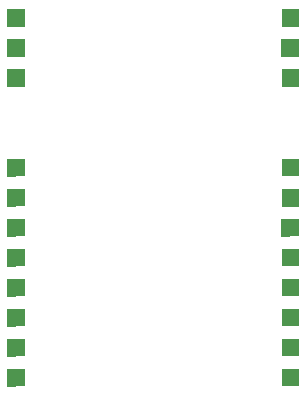
<source format=gtp>
G04 MADE WITH FRITZING*
G04 WWW.FRITZING.ORG*
G04 DOUBLE SIDED*
G04 HOLES PLATED*
G04 CONTOUR ON CENTER OF CONTOUR VECTOR*
%ASAXBY*%
%FSLAX23Y23*%
%MOIN*%
%OFA0B0*%
%SFA1.0B1.0*%
%LNPASTEMASK1*%
G90*
G70*
G36*
X649Y3872D02*
X649Y3813D01*
X590Y3813D01*
X590Y3872D01*
G37*
D02*
G36*
X649Y3772D02*
X649Y3713D01*
X590Y3713D01*
X590Y3772D01*
G37*
D02*
G36*
X649Y3672D02*
X649Y3613D01*
X590Y3613D01*
X590Y3672D01*
G37*
D02*
G36*
X649Y3373D02*
X649Y3314D01*
X590Y3313D01*
X590Y3372D01*
G37*
D02*
G36*
X649Y3273D02*
X649Y3214D01*
X590Y3213D01*
X590Y3272D01*
G37*
D02*
G36*
X649Y3173D02*
X649Y3114D01*
X590Y3113D01*
X590Y3173D01*
G37*
D02*
G36*
X649Y3073D02*
X649Y3014D01*
X590Y3013D01*
X590Y3072D01*
G37*
D02*
G36*
X649Y2973D02*
X649Y2914D01*
X590Y2913D01*
X590Y2972D01*
G37*
D02*
G36*
X649Y2873D02*
X649Y2814D01*
X590Y2813D01*
X590Y2872D01*
G37*
D02*
G36*
X649Y2773D02*
X649Y2714D01*
X590Y2713D01*
X590Y2772D01*
G37*
D02*
G36*
X649Y2673D02*
X649Y2614D01*
X590Y2613D01*
X590Y2672D01*
G37*
D02*
G36*
X1563Y2673D02*
X1563Y2614D01*
X1504Y2614D01*
X1504Y2673D01*
G37*
D02*
G36*
X1563Y2773D02*
X1563Y2714D01*
X1504Y2714D01*
X1504Y2773D01*
G37*
D02*
G36*
X1563Y2873D02*
X1563Y2814D01*
X1504Y2814D01*
X1504Y2873D01*
G37*
D02*
G36*
X1563Y2973D02*
X1563Y2914D01*
X1504Y2914D01*
X1504Y2973D01*
G37*
D02*
G36*
X1563Y3073D02*
X1563Y3014D01*
X1504Y3014D01*
X1504Y3073D01*
G37*
D02*
G36*
X1563Y3173D02*
X1563Y3114D01*
X1503Y3113D01*
X1503Y3173D01*
G37*
D02*
G36*
X1563Y3273D02*
X1563Y3213D01*
X1504Y3213D01*
X1504Y3272D01*
G37*
D02*
G36*
X1563Y3373D02*
X1563Y3314D01*
X1504Y3314D01*
X1504Y3373D01*
G37*
D02*
G36*
X1563Y3672D02*
X1563Y3613D01*
X1504Y3613D01*
X1504Y3672D01*
G37*
D02*
G36*
X1563Y3772D02*
X1563Y3713D01*
X1503Y3713D01*
X1503Y3772D01*
G37*
D02*
G36*
X1563Y3872D02*
X1563Y3813D01*
X1504Y3813D01*
X1504Y3872D01*
G37*
D02*
G04 End of PasteMask1*
M02*
</source>
